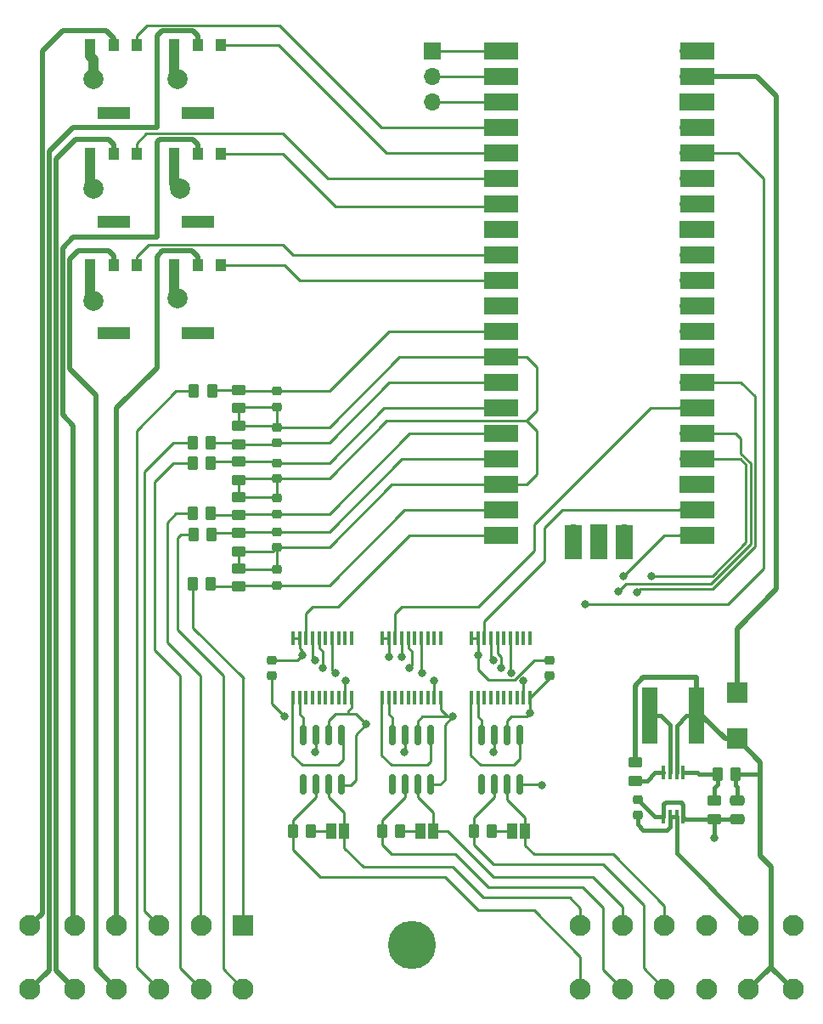
<source format=gtl>
G04 #@! TF.GenerationSoftware,KiCad,Pcbnew,(6.0.5-0)*
G04 #@! TF.CreationDate,2023-01-01T23:21:56+00:00*
G04 #@! TF.ProjectId,bms,626d732e-6b69-4636-9164-5f7063625858,rev?*
G04 #@! TF.SameCoordinates,Original*
G04 #@! TF.FileFunction,Copper,L1,Top*
G04 #@! TF.FilePolarity,Positive*
%FSLAX46Y46*%
G04 Gerber Fmt 4.6, Leading zero omitted, Abs format (unit mm)*
G04 Created by KiCad (PCBNEW (6.0.5-0)) date 2023-01-01 23:21:56*
%MOMM*%
%LPD*%
G01*
G04 APERTURE LIST*
G04 Aperture macros list*
%AMRoundRect*
0 Rectangle with rounded corners*
0 $1 Rounding radius*
0 $2 $3 $4 $5 $6 $7 $8 $9 X,Y pos of 4 corners*
0 Add a 4 corners polygon primitive as box body*
4,1,4,$2,$3,$4,$5,$6,$7,$8,$9,$2,$3,0*
0 Add four circle primitives for the rounded corners*
1,1,$1+$1,$2,$3*
1,1,$1+$1,$4,$5*
1,1,$1+$1,$6,$7*
1,1,$1+$1,$8,$9*
0 Add four rect primitives between the rounded corners*
20,1,$1+$1,$2,$3,$4,$5,0*
20,1,$1+$1,$4,$5,$6,$7,0*
20,1,$1+$1,$6,$7,$8,$9,0*
20,1,$1+$1,$8,$9,$2,$3,0*%
G04 Aperture macros list end*
G04 #@! TA.AperFunction,ComponentPad*
%ADD10C,2.100000*%
G04 #@! TD*
G04 #@! TA.AperFunction,ComponentPad*
%ADD11R,2.100000X2.100000*%
G04 #@! TD*
G04 #@! TA.AperFunction,ComponentPad*
%ADD12C,4.800000*%
G04 #@! TD*
G04 #@! TA.AperFunction,SMDPad,CuDef*
%ADD13R,1.000000X1.200000*%
G04 #@! TD*
G04 #@! TA.AperFunction,SMDPad,CuDef*
%ADD14R,3.300000X1.200000*%
G04 #@! TD*
G04 #@! TA.AperFunction,SMDPad,CuDef*
%ADD15R,0.450000X1.400000*%
G04 #@! TD*
G04 #@! TA.AperFunction,SMDPad,CuDef*
%ADD16R,0.450000X1.475000*%
G04 #@! TD*
G04 #@! TA.AperFunction,ComponentPad*
%ADD17R,1.700000X1.700000*%
G04 #@! TD*
G04 #@! TA.AperFunction,ComponentPad*
%ADD18O,1.700000X1.700000*%
G04 #@! TD*
G04 #@! TA.AperFunction,SMDPad,CuDef*
%ADD19RoundRect,0.250000X0.450000X-0.262500X0.450000X0.262500X-0.450000X0.262500X-0.450000X-0.262500X0*%
G04 #@! TD*
G04 #@! TA.AperFunction,SMDPad,CuDef*
%ADD20RoundRect,0.150000X-0.150000X0.825000X-0.150000X-0.825000X0.150000X-0.825000X0.150000X0.825000X0*%
G04 #@! TD*
G04 #@! TA.AperFunction,SMDPad,CuDef*
%ADD21R,1.000000X1.500000*%
G04 #@! TD*
G04 #@! TA.AperFunction,SMDPad,CuDef*
%ADD22RoundRect,0.250000X-0.450000X0.262500X-0.450000X-0.262500X0.450000X-0.262500X0.450000X0.262500X0*%
G04 #@! TD*
G04 #@! TA.AperFunction,SMDPad,CuDef*
%ADD23RoundRect,0.250000X0.262500X0.450000X-0.262500X0.450000X-0.262500X-0.450000X0.262500X-0.450000X0*%
G04 #@! TD*
G04 #@! TA.AperFunction,SMDPad,CuDef*
%ADD24RoundRect,0.225000X-0.250000X0.225000X-0.250000X-0.225000X0.250000X-0.225000X0.250000X0.225000X0*%
G04 #@! TD*
G04 #@! TA.AperFunction,SMDPad,CuDef*
%ADD25R,2.049780X2.049780*%
G04 #@! TD*
G04 #@! TA.AperFunction,SMDPad,CuDef*
%ADD26R,3.500000X1.700000*%
G04 #@! TD*
G04 #@! TA.AperFunction,SMDPad,CuDef*
%ADD27R,1.700000X3.500000*%
G04 #@! TD*
G04 #@! TA.AperFunction,SMDPad,CuDef*
%ADD28RoundRect,0.225000X0.250000X-0.225000X0.250000X0.225000X-0.250000X0.225000X-0.250000X-0.225000X0*%
G04 #@! TD*
G04 #@! TA.AperFunction,SMDPad,CuDef*
%ADD29RoundRect,0.250000X-0.262500X-0.450000X0.262500X-0.450000X0.262500X0.450000X-0.262500X0.450000X0*%
G04 #@! TD*
G04 #@! TA.AperFunction,SMDPad,CuDef*
%ADD30RoundRect,0.250000X-0.475000X0.250000X-0.475000X-0.250000X0.475000X-0.250000X0.475000X0.250000X0*%
G04 #@! TD*
G04 #@! TA.AperFunction,SMDPad,CuDef*
%ADD31R,1.600000X5.700000*%
G04 #@! TD*
G04 #@! TA.AperFunction,ViaPad*
%ADD32C,0.800000*%
G04 #@! TD*
G04 #@! TA.AperFunction,ViaPad*
%ADD33C,2.000000*%
G04 #@! TD*
G04 #@! TA.AperFunction,Conductor*
%ADD34C,0.250000*%
G04 #@! TD*
G04 #@! TA.AperFunction,Conductor*
%ADD35C,0.500000*%
G04 #@! TD*
G04 #@! TA.AperFunction,Conductor*
%ADD36C,0.400000*%
G04 #@! TD*
G04 #@! TA.AperFunction,Conductor*
%ADD37C,1.000000*%
G04 #@! TD*
G04 APERTURE END LIST*
D10*
X118255000Y-152376000D03*
X114055000Y-152376000D03*
X109855000Y-152376000D03*
X105655000Y-152376000D03*
X101455000Y-152376000D03*
X97030000Y-152376000D03*
X97030000Y-146026000D03*
X101455000Y-146026000D03*
X105655000Y-146026000D03*
X109855000Y-146026000D03*
X114055000Y-146026000D03*
D11*
X118255000Y-146026000D03*
D10*
X151855000Y-146026000D03*
X156055000Y-146026000D03*
X160255000Y-146026000D03*
X164455000Y-146026000D03*
X168655000Y-146026000D03*
X173080000Y-146026000D03*
X173080000Y-152376000D03*
X168655000Y-152376000D03*
X164455000Y-152376000D03*
X160255000Y-152376000D03*
X156055000Y-152376000D03*
X151855000Y-152376000D03*
D12*
X135055000Y-148006000D03*
D13*
X116019000Y-80264000D03*
X113719000Y-80264000D03*
X111419000Y-80264000D03*
D14*
X113719000Y-87064000D03*
D13*
X107637000Y-80264000D03*
X105337000Y-80264000D03*
X103037000Y-80264000D03*
D14*
X105337000Y-87064000D03*
D13*
X116019000Y-69117000D03*
X113719000Y-69117000D03*
X111419000Y-69117000D03*
D14*
X113719000Y-75917000D03*
D13*
X107637000Y-69117000D03*
X105337000Y-69117000D03*
X103037000Y-69117000D03*
D14*
X105337000Y-75917000D03*
D15*
X160176000Y-135210000D03*
X160826000Y-135210000D03*
X161476000Y-135210000D03*
X162126000Y-135210000D03*
X162126000Y-130810000D03*
X161476000Y-130810000D03*
X160826000Y-130810000D03*
X160176000Y-130810000D03*
D16*
X123240000Y-123334000D03*
X123890000Y-123334000D03*
X124540000Y-123334000D03*
X125190000Y-123334000D03*
X125840000Y-123334000D03*
X126490000Y-123334000D03*
X127140000Y-123334000D03*
X127790000Y-123334000D03*
X128440000Y-123334000D03*
X129090000Y-123334000D03*
X129090000Y-117458000D03*
X128440000Y-117458000D03*
X127790000Y-117458000D03*
X127140000Y-117458000D03*
X126490000Y-117458000D03*
X125840000Y-117458000D03*
X125190000Y-117458000D03*
X124540000Y-117458000D03*
X123890000Y-117458000D03*
X123240000Y-117458000D03*
X132130000Y-123334000D03*
X132780000Y-123334000D03*
X133430000Y-123334000D03*
X134080000Y-123334000D03*
X134730000Y-123334000D03*
X135380000Y-123334000D03*
X136030000Y-123334000D03*
X136680000Y-123334000D03*
X137330000Y-123334000D03*
X137980000Y-123334000D03*
X137980000Y-117458000D03*
X137330000Y-117458000D03*
X136680000Y-117458000D03*
X136030000Y-117458000D03*
X135380000Y-117458000D03*
X134730000Y-117458000D03*
X134080000Y-117458000D03*
X133430000Y-117458000D03*
X132780000Y-117458000D03*
X132130000Y-117458000D03*
X141020000Y-123334000D03*
X141670000Y-123334000D03*
X142320000Y-123334000D03*
X142970000Y-123334000D03*
X143620000Y-123334000D03*
X144270000Y-123334000D03*
X144920000Y-123334000D03*
X145570000Y-123334000D03*
X146220000Y-123334000D03*
X146870000Y-123334000D03*
X146870000Y-117458000D03*
X146220000Y-117458000D03*
X145570000Y-117458000D03*
X144920000Y-117458000D03*
X144270000Y-117458000D03*
X143620000Y-117458000D03*
X142970000Y-117458000D03*
X142320000Y-117458000D03*
X141670000Y-117458000D03*
X141020000Y-117458000D03*
D13*
X116019000Y-58322000D03*
X113719000Y-58322000D03*
X111419000Y-58322000D03*
D14*
X113719000Y-65122000D03*
D13*
X107637000Y-58322000D03*
X105337000Y-58322000D03*
X103037000Y-58322000D03*
D14*
X105337000Y-65122000D03*
D17*
X137160000Y-58928000D03*
D18*
X137160000Y-61468000D03*
X137160000Y-64008000D03*
D19*
X117811250Y-105156000D03*
X117811250Y-103331000D03*
D20*
X136960000Y-127065000D03*
X135690000Y-127065000D03*
X134420000Y-127065000D03*
X133150000Y-127065000D03*
X133150000Y-132015000D03*
X134420000Y-132015000D03*
X135690000Y-132015000D03*
X136960000Y-132015000D03*
D21*
X145073000Y-136652000D03*
X146373000Y-136652000D03*
D22*
X165195000Y-133621500D03*
X165195000Y-135446500D03*
D19*
X117811250Y-98091000D03*
X117811250Y-96266000D03*
D23*
X167377500Y-130978000D03*
X165552500Y-130978000D03*
D20*
X145850000Y-127065000D03*
X144580000Y-127065000D03*
X143310000Y-127065000D03*
X142040000Y-127065000D03*
X142040000Y-132015000D03*
X143310000Y-132015000D03*
X144580000Y-132015000D03*
X145850000Y-132015000D03*
D24*
X121621250Y-92800500D03*
X121621250Y-94350500D03*
X121621250Y-99959500D03*
X121621250Y-101509500D03*
D25*
X167481000Y-122837300D03*
X167481000Y-127434700D03*
D22*
X117811250Y-99822000D03*
X117811250Y-101647000D03*
D26*
X143953000Y-58928000D03*
D18*
X144853000Y-58928000D03*
D26*
X143953000Y-61468000D03*
D18*
X144853000Y-61468000D03*
D26*
X143953000Y-64008000D03*
D17*
X144853000Y-64008000D03*
D18*
X144853000Y-66548000D03*
D26*
X143953000Y-66548000D03*
X143953000Y-69088000D03*
D18*
X144853000Y-69088000D03*
X144853000Y-71628000D03*
D26*
X143953000Y-71628000D03*
X143953000Y-74168000D03*
D18*
X144853000Y-74168000D03*
D17*
X144853000Y-76708000D03*
D26*
X143953000Y-76708000D03*
D18*
X144853000Y-79248000D03*
D26*
X143953000Y-79248000D03*
X143953000Y-81788000D03*
D18*
X144853000Y-81788000D03*
D26*
X143953000Y-84328000D03*
D18*
X144853000Y-84328000D03*
D26*
X143953000Y-86868000D03*
D18*
X144853000Y-86868000D03*
D26*
X143953000Y-89408000D03*
D17*
X144853000Y-89408000D03*
D26*
X143953000Y-91948000D03*
D18*
X144853000Y-91948000D03*
X144853000Y-94488000D03*
D26*
X143953000Y-94488000D03*
X143953000Y-97028000D03*
D18*
X144853000Y-97028000D03*
X144853000Y-99568000D03*
D26*
X143953000Y-99568000D03*
X143953000Y-102108000D03*
D17*
X144853000Y-102108000D03*
D26*
X143953000Y-104648000D03*
D18*
X144853000Y-104648000D03*
X144853000Y-107188000D03*
D26*
X143953000Y-107188000D03*
X163533000Y-107188000D03*
D18*
X162633000Y-107188000D03*
D26*
X163533000Y-104648000D03*
D18*
X162633000Y-104648000D03*
D17*
X162633000Y-102108000D03*
D26*
X163533000Y-102108000D03*
X163533000Y-99568000D03*
D18*
X162633000Y-99568000D03*
D26*
X163533000Y-97028000D03*
D18*
X162633000Y-97028000D03*
D26*
X163533000Y-94488000D03*
D18*
X162633000Y-94488000D03*
X162633000Y-91948000D03*
D26*
X163533000Y-91948000D03*
D17*
X162633000Y-89408000D03*
D26*
X163533000Y-89408000D03*
D18*
X162633000Y-86868000D03*
D26*
X163533000Y-86868000D03*
D18*
X162633000Y-84328000D03*
D26*
X163533000Y-84328000D03*
X163533000Y-81788000D03*
D18*
X162633000Y-81788000D03*
D26*
X163533000Y-79248000D03*
D18*
X162633000Y-79248000D03*
D17*
X162633000Y-76708000D03*
D26*
X163533000Y-76708000D03*
X163533000Y-74168000D03*
D18*
X162633000Y-74168000D03*
X162633000Y-71628000D03*
D26*
X163533000Y-71628000D03*
D18*
X162633000Y-69088000D03*
D26*
X163533000Y-69088000D03*
X163533000Y-66548000D03*
D18*
X162633000Y-66548000D03*
D26*
X163533000Y-64008000D03*
D17*
X162633000Y-64008000D03*
D18*
X162633000Y-61468000D03*
D26*
X163533000Y-61468000D03*
X163533000Y-58928000D03*
D18*
X162633000Y-58928000D03*
D27*
X151203000Y-107858000D03*
D18*
X151203000Y-106958000D03*
D17*
X153743000Y-106958000D03*
D27*
X153743000Y-107858000D03*
D18*
X156283000Y-106958000D03*
D27*
X156283000Y-107858000D03*
D22*
X117811250Y-92663000D03*
X117811250Y-94488000D03*
D24*
X148844000Y-119621000D03*
X148844000Y-121171000D03*
D28*
X157575000Y-135055000D03*
X157575000Y-133505000D03*
D20*
X128070000Y-127065000D03*
X126800000Y-127065000D03*
X125530000Y-127065000D03*
X124260000Y-127065000D03*
X124260000Y-132015000D03*
X125530000Y-132015000D03*
X126800000Y-132015000D03*
X128070000Y-132015000D03*
D28*
X121621250Y-112130500D03*
X121621250Y-110580500D03*
D22*
X117811250Y-106934000D03*
X117811250Y-108759000D03*
D29*
X113239250Y-105005500D03*
X115064250Y-105005500D03*
D24*
X121158000Y-119621000D03*
X121158000Y-121171000D03*
D30*
X167481000Y-133584000D03*
X167481000Y-135484000D03*
D29*
X113239250Y-97940500D03*
X115064250Y-97940500D03*
X132110500Y-136652000D03*
X133935500Y-136652000D03*
D24*
X121621250Y-106804500D03*
X121621250Y-108354500D03*
D29*
X113342750Y-92813500D03*
X115167750Y-92813500D03*
D19*
X117811250Y-112268000D03*
X117811250Y-110443000D03*
D21*
X127039000Y-136652000D03*
X128339000Y-136652000D03*
X135929000Y-136652000D03*
X137229000Y-136652000D03*
D22*
X157321000Y-129811500D03*
X157321000Y-131636500D03*
D29*
X113239250Y-99972500D03*
X115064250Y-99972500D03*
D28*
X121621250Y-97953500D03*
X121621250Y-96403500D03*
X121621250Y-105018500D03*
X121621250Y-103468500D03*
D29*
X123220500Y-136652000D03*
X125045500Y-136652000D03*
D31*
X158781000Y-125136000D03*
X163481000Y-125136000D03*
D29*
X141254500Y-136652000D03*
X143079500Y-136652000D03*
X113304000Y-107058500D03*
X115129000Y-107058500D03*
X113239250Y-112027000D03*
X115064250Y-112027000D03*
D32*
X122428000Y-125222000D03*
X125403000Y-128778000D03*
X141659000Y-119126000D03*
X152327000Y-114046000D03*
X134293000Y-128778000D03*
X143183000Y-128778000D03*
X124133000Y-119126000D03*
X132842000Y-119261980D03*
X139176500Y-125222000D03*
D33*
X111760000Y-61722000D03*
X103378000Y-83820000D03*
X103378000Y-61722000D03*
D32*
X165195000Y-137328000D03*
X146870000Y-124837000D03*
X130540500Y-125984000D03*
D33*
X111941000Y-72644000D03*
X111760000Y-83566000D03*
X103378000Y-72644000D03*
D32*
X148009000Y-132080000D03*
X128451000Y-121666000D03*
X137330000Y-121677000D03*
X146220000Y-121677000D03*
X157560657Y-112856657D03*
X136071000Y-120904000D03*
X159004000Y-111252000D03*
X144961000Y-120904000D03*
X127435000Y-120904000D03*
X155629000Y-112776000D03*
X143945000Y-120396000D03*
X126165000Y-120396000D03*
X134801000Y-120396000D03*
X156183343Y-111225343D03*
X134112000Y-119322500D03*
X125403000Y-119634000D03*
X143183000Y-119634000D03*
D34*
X162633000Y-104648000D02*
X150114000Y-104648000D01*
X150114000Y-104648000D02*
X148336000Y-106426000D01*
X142320000Y-115744000D02*
X142320000Y-117458000D01*
X148336000Y-106426000D02*
X148336000Y-109728000D01*
X148336000Y-109728000D02*
X142320000Y-115744000D01*
X162633000Y-94488000D02*
X158904566Y-94488000D01*
X158904566Y-94488000D02*
X147320000Y-106072566D01*
X147320000Y-106072566D02*
X147320000Y-108712000D01*
X147320000Y-108712000D02*
X141732000Y-114300000D01*
X141732000Y-114300000D02*
X134112000Y-114300000D01*
X134112000Y-114300000D02*
X133430000Y-114982000D01*
X133430000Y-114982000D02*
X133430000Y-117458000D01*
D35*
X170942000Y-150238000D02*
X170942000Y-140208000D01*
X170942000Y-140208000D02*
X169840000Y-139106000D01*
X169840000Y-139106000D02*
X169840000Y-131232000D01*
D36*
X161476000Y-135210000D02*
X161476000Y-138847000D01*
X161476000Y-138847000D02*
X168655000Y-146026000D01*
D35*
X162633000Y-61468000D02*
X169491000Y-61468000D01*
X171450000Y-63427000D02*
X171450000Y-112522000D01*
X169491000Y-61468000D02*
X171450000Y-63427000D01*
X171450000Y-112522000D02*
X167481000Y-116491000D01*
X167481000Y-116491000D02*
X167481000Y-122837300D01*
X170942000Y-150238000D02*
X170793000Y-150238000D01*
X170793000Y-150238000D02*
X168655000Y-152376000D01*
X105655000Y-146026000D02*
X105655000Y-94497000D01*
X113719000Y-79429000D02*
X113719000Y-80264000D01*
X105655000Y-94497000D02*
X109655000Y-90497000D01*
X109655000Y-79419000D02*
X110236000Y-78838000D01*
X109655000Y-90497000D02*
X109655000Y-79419000D01*
X110236000Y-78838000D02*
X113128000Y-78838000D01*
X113128000Y-78838000D02*
X113719000Y-79429000D01*
D36*
X160826000Y-130810000D02*
X160826000Y-126096500D01*
X160826000Y-126096500D02*
X159865500Y-125136000D01*
X159865500Y-125136000D02*
X158781000Y-125136000D01*
X161476000Y-130810000D02*
X161476000Y-126134000D01*
X161476000Y-126134000D02*
X162474000Y-125136000D01*
X162474000Y-125136000D02*
X163481000Y-125136000D01*
D35*
X163490000Y-125127000D02*
X163490000Y-121326000D01*
X158116989Y-121326000D02*
X157321000Y-122121989D01*
X163490000Y-121326000D02*
X158116989Y-121326000D01*
X157321000Y-122121989D02*
X157321000Y-129811500D01*
D34*
X139176500Y-125222000D02*
X138684000Y-125222000D01*
X138684000Y-125222000D02*
X137980000Y-124518000D01*
X137980000Y-124518000D02*
X137980000Y-123334000D01*
X136960000Y-127065000D02*
X136960000Y-129667000D01*
X136960000Y-129667000D02*
X136579000Y-130048000D01*
X136579000Y-130048000D02*
X133023000Y-130048000D01*
X132080000Y-123384000D02*
X132130000Y-123334000D01*
X133023000Y-130048000D02*
X132080000Y-129105000D01*
X132080000Y-129105000D02*
X132080000Y-123384000D01*
X140970000Y-129105000D02*
X140970000Y-123384000D01*
X145850000Y-129413000D02*
X145215000Y-130048000D01*
X145215000Y-130048000D02*
X141913000Y-130048000D01*
X145850000Y-127065000D02*
X145850000Y-129413000D01*
X141913000Y-130048000D02*
X140970000Y-129105000D01*
X140970000Y-123384000D02*
X141020000Y-123334000D01*
X144853000Y-64008000D02*
X137160000Y-64008000D01*
X144853000Y-61468000D02*
X137160000Y-61468000D01*
X144853000Y-58928000D02*
X137160000Y-58928000D01*
X157560657Y-112856657D02*
X157895314Y-112522000D01*
X157895314Y-112522000D02*
X165027000Y-112522000D01*
X165027000Y-112522000D02*
X169261040Y-108287960D01*
X169261040Y-108287960D02*
X169261040Y-93315040D01*
X169261040Y-93315040D02*
X167894000Y-91948000D01*
X167894000Y-91948000D02*
X162633000Y-91948000D01*
X121158000Y-121171000D02*
X121158000Y-123952000D01*
X121158000Y-123952000D02*
X122428000Y-125222000D01*
X128070000Y-127065000D02*
X128197000Y-127192000D01*
X128197000Y-127192000D02*
X128197000Y-129540000D01*
X128197000Y-129540000D02*
X127689000Y-130048000D01*
X123190000Y-123384000D02*
X123240000Y-123334000D01*
X127689000Y-130048000D02*
X124133000Y-130048000D01*
X124133000Y-130048000D02*
X123190000Y-129105000D01*
X123190000Y-129105000D02*
X123190000Y-123384000D01*
X148844000Y-121171000D02*
X148844000Y-121360000D01*
X148844000Y-121360000D02*
X146870000Y-123334000D01*
X141659000Y-119126000D02*
X141659000Y-120577000D01*
X147279670Y-119621000D02*
X148844000Y-119621000D01*
X141659000Y-120577000D02*
X142690511Y-121608511D01*
X142690511Y-121608511D02*
X145292159Y-121608511D01*
X145292159Y-121608511D02*
X147279670Y-119621000D01*
X121158000Y-119621000D02*
X123638000Y-119621000D01*
X123638000Y-119621000D02*
X124133000Y-119126000D01*
X152327000Y-114046000D02*
X166624000Y-114046000D01*
X166624000Y-114046000D02*
X170180000Y-110490000D01*
X170180000Y-110490000D02*
X170180000Y-71628000D01*
X170180000Y-71628000D02*
X167640000Y-69088000D01*
X167640000Y-69088000D02*
X162633000Y-69088000D01*
X144853000Y-107188000D02*
X134874000Y-107188000D01*
X134874000Y-107188000D02*
X127762000Y-114300000D01*
X127762000Y-114300000D02*
X125222000Y-114300000D01*
X125222000Y-114300000D02*
X124540000Y-114982000D01*
X124540000Y-114982000D02*
X124540000Y-117458000D01*
X139176500Y-125222000D02*
X136144000Y-125222000D01*
X136144000Y-125222000D02*
X135690000Y-125676000D01*
X135690000Y-125676000D02*
X135690000Y-127065000D01*
D35*
X169840000Y-129793700D02*
X169840000Y-131232000D01*
D36*
X167377500Y-130978000D02*
X169586000Y-130978000D01*
X169586000Y-130978000D02*
X169840000Y-131232000D01*
X167377500Y-132071500D02*
X167554000Y-132248000D01*
X167377500Y-130978000D02*
X167377500Y-132071500D01*
X167554000Y-132248000D02*
X167554000Y-133511000D01*
X167554000Y-133511000D02*
X167481000Y-133584000D01*
X165552500Y-130978000D02*
X165552500Y-131963500D01*
X165195000Y-132321000D02*
X165195000Y-133621500D01*
X165552500Y-131963500D02*
X165195000Y-132321000D01*
X163576000Y-130810000D02*
X163744000Y-130978000D01*
X163744000Y-130978000D02*
X165552500Y-130978000D01*
D35*
X163481000Y-125136000D02*
X163998000Y-125136000D01*
X163998000Y-125136000D02*
X166296700Y-127434700D01*
X166296700Y-127434700D02*
X167481000Y-127434700D01*
D36*
X157575000Y-135055000D02*
X157575000Y-135985000D01*
X157575000Y-135985000D02*
X158156000Y-136566000D01*
X158156000Y-136566000D02*
X160504022Y-136566000D01*
X160504022Y-136566000D02*
X160826000Y-136244022D01*
X160826000Y-136244022D02*
X160826000Y-135210000D01*
X158186500Y-131636500D02*
X158513500Y-131636500D01*
X158513500Y-131636500D02*
X159340000Y-130810000D01*
X160176000Y-130810000D02*
X159340000Y-130810000D01*
X158186500Y-131636500D02*
X157321000Y-131636500D01*
D35*
X167481000Y-127434700D02*
X169840000Y-129793700D01*
X170942000Y-150238000D02*
X173080000Y-152376000D01*
D36*
X160826000Y-135210000D02*
X161476000Y-135210000D01*
D34*
X143310000Y-128651000D02*
X143183000Y-128778000D01*
X132842000Y-117520000D02*
X132780000Y-117458000D01*
X124133000Y-118688500D02*
X124133000Y-119126000D01*
X125530000Y-128651000D02*
X125403000Y-128778000D01*
X123240000Y-117458000D02*
X123890000Y-117458000D01*
X141670000Y-119115000D02*
X141659000Y-119126000D01*
X141670000Y-117458000D02*
X141670000Y-119115000D01*
X141020000Y-117458000D02*
X141670000Y-117458000D01*
X123890000Y-117458000D02*
X123890000Y-118445500D01*
X125530000Y-127065000D02*
X125530000Y-128651000D01*
X132842000Y-119261980D02*
X132842000Y-117520000D01*
X134420000Y-127065000D02*
X134420000Y-128651000D01*
X134420000Y-128651000D02*
X134293000Y-128778000D01*
X132130000Y-117458000D02*
X132780000Y-117458000D01*
X123890000Y-118445500D02*
X124133000Y-118688500D01*
X143310000Y-127065000D02*
X143310000Y-128651000D01*
D36*
X160369000Y-133772000D02*
X161893000Y-133772000D01*
D34*
X121621250Y-108354500D02*
X121621250Y-110580500D01*
D37*
X111419000Y-69117000D02*
X111419000Y-72122000D01*
D34*
X121483750Y-103331000D02*
X121621250Y-103468500D01*
X127435000Y-124968000D02*
X126800000Y-125603000D01*
X137914000Y-132015000D02*
X136960000Y-132015000D01*
X144580000Y-125603000D02*
X144580000Y-127065000D01*
D37*
X103037000Y-83479000D02*
X103037000Y-80264000D01*
D34*
X117811250Y-96266000D02*
X121483750Y-96266000D01*
D36*
X160176000Y-135210000D02*
X160176000Y-133965000D01*
D34*
X129467000Y-127057500D02*
X129467000Y-131572000D01*
X146870000Y-123334000D02*
X146870000Y-124837000D01*
X117811250Y-108759000D02*
X121216750Y-108759000D01*
X128778000Y-124968000D02*
X127435000Y-124968000D01*
D36*
X165195000Y-135446500D02*
X167443500Y-135446500D01*
X160176000Y-135210000D02*
X159280000Y-135210000D01*
D34*
X126849500Y-108354500D02*
X133096000Y-102108000D01*
X129467000Y-131572000D02*
X128959000Y-132080000D01*
X133858000Y-89408000D02*
X144853000Y-89408000D01*
D37*
X111760000Y-61722000D02*
X111419000Y-61381000D01*
D34*
X117811250Y-94488000D02*
X117811250Y-96266000D01*
D37*
X103378000Y-72644000D02*
X103037000Y-72303000D01*
D34*
X121216750Y-108759000D02*
X121621250Y-108354500D01*
X128778000Y-124633500D02*
X128778000Y-124968000D01*
D36*
X167443500Y-135446500D02*
X167481000Y-135484000D01*
D34*
X138357000Y-131572000D02*
X137914000Y-132015000D01*
D37*
X103037000Y-59422000D02*
X103037000Y-58322000D01*
D34*
X128135000Y-132080000D02*
X128070000Y-132015000D01*
X117811250Y-101647000D02*
X117811250Y-103331000D01*
X121621250Y-108354500D02*
X126849500Y-108354500D01*
X146870000Y-124837000D02*
X146485000Y-125222000D01*
D36*
X162126000Y-134005000D02*
X162126000Y-135210000D01*
D34*
X147501000Y-101092000D02*
X146485000Y-102108000D01*
D37*
X111419000Y-83225000D02*
X111419000Y-80264000D01*
D34*
X130540500Y-125984000D02*
X129524500Y-124968000D01*
X121483750Y-96266000D02*
X121621250Y-96403500D01*
X126836500Y-101509500D02*
X132588000Y-95758000D01*
D37*
X103037000Y-72303000D02*
X103037000Y-69117000D01*
D36*
X161893000Y-133772000D02*
X162126000Y-134005000D01*
D34*
X117948750Y-110580500D02*
X117811250Y-110443000D01*
X132588000Y-95758000D02*
X146485000Y-95758000D01*
X133096000Y-102108000D02*
X144853000Y-102108000D01*
D36*
X165195000Y-137328000D02*
X165195000Y-135446500D01*
D34*
X121621250Y-96403500D02*
X126862500Y-96403500D01*
X126800000Y-127065000D02*
X126800000Y-125603000D01*
X121621250Y-94350500D02*
X117948750Y-94350500D01*
D36*
X159280000Y-135210000D02*
X157575000Y-133505000D01*
D34*
X121621250Y-110580500D02*
X117948750Y-110580500D01*
X129090000Y-124321500D02*
X128778000Y-124633500D01*
X121621250Y-101509500D02*
X121621250Y-103468500D01*
X146485000Y-95758000D02*
X147501000Y-96774000D01*
X144961000Y-125222000D02*
X144580000Y-125603000D01*
D37*
X103378000Y-59763000D02*
X103037000Y-59422000D01*
D34*
X130540500Y-125984000D02*
X129467000Y-127057500D01*
X126862500Y-96403500D02*
X133858000Y-89408000D01*
X117811250Y-103331000D02*
X121483750Y-103331000D01*
X138357000Y-126041500D02*
X138357000Y-131572000D01*
X129524500Y-124968000D02*
X128778000Y-124968000D01*
D36*
X162362500Y-135446500D02*
X162126000Y-135210000D01*
D34*
X146485000Y-102108000D02*
X144853000Y-102108000D01*
D37*
X103378000Y-83820000D02*
X103037000Y-83479000D01*
D34*
X128959000Y-132080000D02*
X128135000Y-132080000D01*
X144853000Y-89408000D02*
X146485000Y-89408000D01*
D37*
X111760000Y-83566000D02*
X111419000Y-83225000D01*
D34*
X146485000Y-125222000D02*
X144961000Y-125222000D01*
X121621250Y-101509500D02*
X126836500Y-101509500D01*
X147944000Y-132015000D02*
X145850000Y-132015000D01*
X147501000Y-96774000D02*
X147501000Y-101092000D01*
X147501000Y-94742000D02*
X146485000Y-95758000D01*
X129090000Y-123334000D02*
X129090000Y-124321500D01*
X121621250Y-94350500D02*
X121621250Y-96403500D01*
X146485000Y-89408000D02*
X147501000Y-90424000D01*
X139176500Y-125222000D02*
X138357000Y-126041500D01*
D37*
X111419000Y-61381000D02*
X111419000Y-58322000D01*
X103378000Y-61722000D02*
X103378000Y-59763000D01*
D36*
X160176000Y-133965000D02*
X160369000Y-133772000D01*
D37*
X111419000Y-72122000D02*
X111941000Y-72644000D01*
D34*
X148009000Y-132080000D02*
X147944000Y-132015000D01*
X147501000Y-90424000D02*
X147501000Y-94742000D01*
X121621250Y-101509500D02*
X117948750Y-101509500D01*
X117948750Y-101509500D02*
X117811250Y-101647000D01*
D36*
X165195000Y-135446500D02*
X162362500Y-135446500D01*
D34*
X117811250Y-108759000D02*
X117811250Y-110443000D01*
X117948750Y-94350500D02*
X117811250Y-94488000D01*
X163481000Y-125136000D02*
X163490000Y-125127000D01*
X132769000Y-124968000D02*
X133150000Y-125349000D01*
X133150000Y-125349000D02*
X133150000Y-127065000D01*
X132780000Y-123334000D02*
X132780000Y-124957000D01*
X132780000Y-124957000D02*
X132769000Y-124968000D01*
X128440000Y-121677000D02*
X128451000Y-121666000D01*
X146220000Y-123334000D02*
X146220000Y-121677000D01*
X128440000Y-123334000D02*
X128440000Y-121677000D01*
X137330000Y-123334000D02*
X137330000Y-121677000D01*
X165027000Y-111252000D02*
X168402000Y-107877000D01*
X144920000Y-120863000D02*
X144961000Y-120904000D01*
X127140000Y-120609000D02*
X127435000Y-120904000D01*
X136030000Y-120863000D02*
X136071000Y-120904000D01*
X168402000Y-107877000D02*
X168402000Y-100149000D01*
X168402000Y-100149000D02*
X167821000Y-99568000D01*
X144920000Y-117458000D02*
X144920000Y-120863000D01*
X136030000Y-117458000D02*
X136030000Y-120863000D01*
X167821000Y-99568000D02*
X162633000Y-99568000D01*
X159004000Y-111252000D02*
X165027000Y-111252000D01*
X127140000Y-117458000D02*
X127140000Y-120609000D01*
X167894000Y-99033567D02*
X168831520Y-99971087D01*
X126238000Y-120323000D02*
X126165000Y-120396000D01*
X125840000Y-117458000D02*
X125840000Y-118379522D01*
X134730000Y-118379522D02*
X135128000Y-118777522D01*
X162633000Y-97028000D02*
X167386000Y-97028000D01*
X167894000Y-97536000D02*
X167894000Y-99033567D01*
X156391000Y-112014000D02*
X155629000Y-112776000D01*
X126238000Y-118777522D02*
X126238000Y-120323000D01*
X164872434Y-112014000D02*
X156391000Y-112014000D01*
X167386000Y-97028000D02*
X167894000Y-97536000D01*
X134730000Y-117458000D02*
X134730000Y-118379522D01*
X168831520Y-99971087D02*
X168831520Y-108054914D01*
X143620000Y-118982000D02*
X143945000Y-119307000D01*
X125840000Y-118379522D02*
X126238000Y-118777522D01*
X168831520Y-108054914D02*
X164872434Y-112014000D01*
X143945000Y-119307000D02*
X143945000Y-120396000D01*
X135128000Y-120069000D02*
X134801000Y-120396000D01*
X143620000Y-117458000D02*
X143620000Y-118982000D01*
X135128000Y-118777522D02*
X135128000Y-120069000D01*
X134080000Y-119290500D02*
X134112000Y-119322500D01*
X162633000Y-107188000D02*
X160220686Y-107188000D01*
X125190000Y-117458000D02*
X125190000Y-119421000D01*
X125190000Y-119421000D02*
X125403000Y-119634000D01*
X134080000Y-117458000D02*
X134080000Y-119290500D01*
X160220686Y-107188000D02*
X156183343Y-111225343D01*
X142970000Y-119421000D02*
X143183000Y-119634000D01*
X142970000Y-117458000D02*
X142970000Y-119421000D01*
X154105000Y-144272000D02*
X154105000Y-150426000D01*
X132110500Y-135532500D02*
X134420000Y-133223000D01*
X132110500Y-138025500D02*
X133023000Y-138938000D01*
X154105000Y-150426000D02*
X156055000Y-152376000D01*
X133023000Y-138938000D02*
X139373000Y-138938000D01*
X139373000Y-138938000D02*
X142675000Y-142240000D01*
X134420000Y-133223000D02*
X134420000Y-132015000D01*
X152073000Y-142240000D02*
X154105000Y-144272000D01*
X132110500Y-136652000D02*
X132110500Y-135532500D01*
X132110500Y-136652000D02*
X132110500Y-138025500D01*
X142675000Y-142240000D02*
X152073000Y-142240000D01*
X138611000Y-136652000D02*
X143183000Y-141224000D01*
X137229000Y-134762000D02*
X137229000Y-136652000D01*
X135690000Y-132015000D02*
X135690000Y-133223000D01*
X137229000Y-136652000D02*
X138611000Y-136652000D01*
X153089000Y-141224000D02*
X156055000Y-144190000D01*
X135690000Y-133223000D02*
X137229000Y-134762000D01*
X156055000Y-144190000D02*
X156055000Y-146026000D01*
X143183000Y-141224000D02*
X153089000Y-141224000D01*
X123879000Y-124968000D02*
X124260000Y-125349000D01*
X123890000Y-124703000D02*
X123879000Y-124714000D01*
X123890000Y-123334000D02*
X123890000Y-124703000D01*
X123879000Y-124714000D02*
X123879000Y-124968000D01*
X124260000Y-125349000D02*
X124260000Y-127065000D01*
X141670000Y-125233000D02*
X141670000Y-123334000D01*
X142040000Y-125603000D02*
X141670000Y-125233000D01*
X142040000Y-127065000D02*
X142040000Y-125603000D01*
X141254500Y-138025500D02*
X141254500Y-136652000D01*
X143310000Y-132015000D02*
X143310000Y-133223000D01*
X158169000Y-150290000D02*
X158169000Y-144018000D01*
X154105000Y-139954000D02*
X143183000Y-139954000D01*
X141254500Y-135278500D02*
X141254500Y-136652000D01*
X160255000Y-152376000D02*
X158169000Y-150290000D01*
X143310000Y-133223000D02*
X141254500Y-135278500D01*
X143183000Y-139954000D02*
X141254500Y-138025500D01*
X158169000Y-144018000D02*
X154105000Y-139954000D01*
X146373000Y-136652000D02*
X146373000Y-138064000D01*
X155121000Y-138938000D02*
X160255000Y-144072000D01*
X144580000Y-132015000D02*
X144580000Y-133477000D01*
X146373000Y-135270000D02*
X146373000Y-136652000D01*
X147247000Y-138938000D02*
X155121000Y-138938000D01*
X144580000Y-133477000D02*
X146373000Y-135270000D01*
X160255000Y-144072000D02*
X160255000Y-146026000D01*
X146373000Y-138064000D02*
X147247000Y-138938000D01*
X125911000Y-141224000D02*
X138357000Y-141224000D01*
X123220500Y-136652000D02*
X123220500Y-135532500D01*
X123220500Y-138533500D02*
X125911000Y-141224000D01*
X123220500Y-136652000D02*
X123220500Y-138533500D01*
X147247000Y-144526000D02*
X151855000Y-149134000D01*
X141659000Y-144526000D02*
X147247000Y-144526000D01*
X138357000Y-141224000D02*
X141659000Y-144526000D01*
X123220500Y-135532500D02*
X125530000Y-133223000D01*
X125530000Y-133223000D02*
X125530000Y-132015000D01*
X151855000Y-149134000D02*
X151855000Y-152376000D01*
X126800000Y-133223000D02*
X128339000Y-134762000D01*
X142167000Y-143256000D02*
X150803000Y-143256000D01*
X130229000Y-140208000D02*
X139119000Y-140208000D01*
X151855000Y-144308000D02*
X151855000Y-146026000D01*
X128339000Y-136652000D02*
X128339000Y-138318000D01*
X128339000Y-138318000D02*
X130229000Y-140208000D01*
X128339000Y-134762000D02*
X128339000Y-136652000D01*
X150803000Y-143256000D02*
X151855000Y-144308000D01*
X139119000Y-140208000D02*
X142167000Y-143256000D01*
X126800000Y-132015000D02*
X126800000Y-133223000D01*
D36*
X162126000Y-130810000D02*
X163576000Y-130810000D01*
D34*
X113239250Y-97940500D02*
X111282500Y-97940500D01*
X108385000Y-144556000D02*
X109855000Y-146026000D01*
X108385000Y-100838000D02*
X108385000Y-144556000D01*
X111282500Y-97940500D02*
X108385000Y-100838000D01*
X111583500Y-92813500D02*
X107623000Y-96774000D01*
X107623000Y-150144000D02*
X109855000Y-152376000D01*
X107623000Y-96774000D02*
X107623000Y-150144000D01*
X113342750Y-92813500D02*
X111583500Y-92813500D01*
X117811250Y-98091000D02*
X121483750Y-98091000D01*
X115064250Y-97940500D02*
X117660750Y-97940500D01*
X121483750Y-98091000D02*
X121621250Y-97953500D01*
X121621250Y-97953500D02*
X126836500Y-97953500D01*
X126836500Y-97953500D02*
X132842000Y-91948000D01*
X132842000Y-91948000D02*
X144853000Y-91948000D01*
X117660750Y-97940500D02*
X117811250Y-98091000D01*
X115318250Y-92663000D02*
X115167750Y-92813500D01*
X121621250Y-92800500D02*
X117948750Y-92800500D01*
X121621250Y-92800500D02*
X126836500Y-92800500D01*
X117948750Y-92800500D02*
X117811250Y-92663000D01*
X117811250Y-92663000D02*
X115318250Y-92663000D01*
X126836500Y-92800500D02*
X132769000Y-86868000D01*
X132769000Y-86868000D02*
X144853000Y-86868000D01*
D35*
X98904520Y-68916480D02*
X98904520Y-150501480D01*
X113719000Y-58322000D02*
X113719000Y-57404000D01*
X109655000Y-57404000D02*
X109655000Y-66548000D01*
X98904520Y-150501480D02*
X97030000Y-152376000D01*
X113719000Y-57404000D02*
X113211000Y-56896000D01*
X109655000Y-66548000D02*
X101273000Y-66548000D01*
X110163000Y-56896000D02*
X109655000Y-57404000D01*
X101273000Y-66548000D02*
X98904520Y-68916480D01*
X113211000Y-56896000D02*
X110163000Y-56896000D01*
X100257000Y-56896000D02*
X98225000Y-58928000D01*
X105337000Y-58322000D02*
X105337000Y-57658000D01*
X104575000Y-56896000D02*
X100257000Y-56896000D01*
X105337000Y-57658000D02*
X104575000Y-56896000D01*
X98225000Y-144831000D02*
X97030000Y-146026000D01*
X98225000Y-58928000D02*
X98225000Y-144831000D01*
D34*
X143079500Y-136652000D02*
X145073000Y-136652000D01*
X133935500Y-136652000D02*
X135929000Y-136652000D01*
X125045500Y-136652000D02*
X127039000Y-136652000D01*
X132334000Y-94488000D02*
X144853000Y-94488000D01*
X117811250Y-99822000D02*
X115214750Y-99822000D01*
X121621250Y-99959500D02*
X121483750Y-99822000D01*
X121621250Y-99959500D02*
X121634250Y-99972500D01*
X126849500Y-99972500D02*
X132334000Y-94488000D01*
X121634250Y-99972500D02*
X126849500Y-99972500D01*
X115214750Y-99822000D02*
X115064250Y-99972500D01*
X121483750Y-99822000D02*
X117811250Y-99822000D01*
X117811250Y-105156000D02*
X115214750Y-105156000D01*
X117948750Y-105018500D02*
X117811250Y-105156000D01*
X115214750Y-105156000D02*
X115064250Y-105005500D01*
X126883500Y-105018500D02*
X134874000Y-97028000D01*
X121621250Y-105018500D02*
X117948750Y-105018500D01*
X134874000Y-97028000D02*
X144853000Y-97028000D01*
X121621250Y-105018500D02*
X126883500Y-105018500D01*
X117811250Y-106934000D02*
X115253500Y-106934000D01*
X126875500Y-106804500D02*
X134112000Y-99568000D01*
X121621250Y-106804500D02*
X126875500Y-106804500D01*
X134112000Y-99568000D02*
X144853000Y-99568000D01*
X121621250Y-106804500D02*
X117940750Y-106804500D01*
X117940750Y-106804500D02*
X117811250Y-106934000D01*
X115253500Y-106934000D02*
X115129000Y-107058500D01*
X117948750Y-112130500D02*
X117811250Y-112268000D01*
X121621250Y-112130500D02*
X126883500Y-112130500D01*
X139881000Y-104648000D02*
X141659000Y-104648000D01*
X141659000Y-104648000D02*
X144853000Y-104648000D01*
X121621250Y-112130500D02*
X117948750Y-112130500D01*
X117811250Y-112268000D02*
X115305250Y-112268000D01*
X126883500Y-112130500D02*
X134366000Y-104648000D01*
X115305250Y-112268000D02*
X115064250Y-112027000D01*
X134366000Y-104648000D02*
X140643000Y-104648000D01*
X139881000Y-66548000D02*
X144853000Y-66548000D01*
X135309000Y-66548000D02*
X139881000Y-66548000D01*
X137849000Y-66548000D02*
X139881000Y-66548000D01*
X107637000Y-58322000D02*
X107637000Y-57390000D01*
X135309000Y-66548000D02*
X144853000Y-66548000D01*
X107637000Y-57390000D02*
X108685520Y-56341480D01*
X132080000Y-66548000D02*
X135309000Y-66548000D01*
X137341000Y-66548000D02*
X137849000Y-66548000D01*
X108685520Y-56341480D02*
X121873480Y-56341480D01*
X121873480Y-56341480D02*
X132080000Y-66548000D01*
X116019000Y-58322000D02*
X121822000Y-58322000D01*
X132588000Y-69088000D02*
X144853000Y-69088000D01*
X121822000Y-58322000D02*
X132588000Y-69088000D01*
X122254480Y-67136480D02*
X126746000Y-71628000D01*
X126746000Y-71628000D02*
X144853000Y-71628000D01*
X107637000Y-68121500D02*
X108622020Y-67136480D01*
X107637000Y-69117000D02*
X107637000Y-68121500D01*
X108622020Y-67136480D02*
X122254480Y-67136480D01*
D35*
X105337000Y-69117000D02*
X105337000Y-68199000D01*
X99584040Y-150505040D02*
X101455000Y-152376000D01*
X101527000Y-67691000D02*
X99584040Y-69633960D01*
X104829000Y-67691000D02*
X101527000Y-67691000D01*
X99584040Y-69633960D02*
X99584040Y-150505040D01*
X105337000Y-68199000D02*
X104829000Y-67691000D01*
D34*
X116019000Y-69117000D02*
X122203000Y-69117000D01*
X144599000Y-74422000D02*
X144853000Y-74168000D01*
X127508000Y-74422000D02*
X144599000Y-74422000D01*
X122203000Y-69117000D02*
X127508000Y-74422000D01*
D35*
X100263560Y-78552440D02*
X100263560Y-95183560D01*
X101346000Y-77470000D02*
X100263560Y-78552440D01*
X101346000Y-145917000D02*
X101455000Y-146026000D01*
X113211000Y-67691000D02*
X109909000Y-67691000D01*
X109909000Y-67691000D02*
X109655000Y-67945000D01*
X100263560Y-95183560D02*
X101346000Y-96266000D01*
X113719000Y-68199000D02*
X113211000Y-67691000D01*
X101346000Y-96266000D02*
X101346000Y-145917000D01*
X113719000Y-69117000D02*
X113719000Y-68199000D01*
X109655000Y-77470000D02*
X101346000Y-77470000D01*
X109655000Y-67945000D02*
X109655000Y-77470000D01*
D34*
X123271566Y-79248000D02*
X144853000Y-79248000D01*
X108819000Y-78232000D02*
X122255566Y-78232000D01*
X122255566Y-78232000D02*
X123271566Y-79248000D01*
X107637000Y-79414000D02*
X108819000Y-78232000D01*
X107637000Y-80264000D02*
X107637000Y-79414000D01*
D35*
X101781000Y-78838000D02*
X100943080Y-79675920D01*
X100943080Y-90609866D02*
X103559000Y-93225786D01*
X100943080Y-79675920D02*
X100943080Y-90609866D01*
X103559000Y-93225786D02*
X103559000Y-150280000D01*
X104829000Y-78838000D02*
X101781000Y-78838000D01*
X105337000Y-80264000D02*
X105337000Y-79346000D01*
X103559000Y-150280000D02*
X105655000Y-152376000D01*
X105337000Y-79346000D02*
X104829000Y-78838000D01*
D34*
X116019000Y-80264000D02*
X122428000Y-80264000D01*
X123952000Y-81788000D02*
X144853000Y-81788000D01*
X122428000Y-80264000D02*
X123952000Y-81788000D01*
X111941000Y-150262000D02*
X114055000Y-152376000D01*
X109401000Y-118618000D02*
X111941000Y-121158000D01*
X113239250Y-99972500D02*
X111282500Y-99972500D01*
X111282500Y-99972500D02*
X109401000Y-101854000D01*
X109401000Y-101854000D02*
X109401000Y-118618000D01*
X111941000Y-121158000D02*
X111941000Y-150262000D01*
X111583500Y-105005500D02*
X110671000Y-105918000D01*
X113973000Y-121158000D02*
X113973000Y-145944000D01*
X110671000Y-105918000D02*
X110671000Y-117856000D01*
X113239250Y-105005500D02*
X111583500Y-105005500D01*
X113973000Y-145944000D02*
X114055000Y-146026000D01*
X110671000Y-117856000D02*
X113973000Y-121158000D01*
X116259000Y-150380000D02*
X118255000Y-152376000D01*
X111687000Y-116586000D02*
X116259000Y-121158000D01*
X111687000Y-107442000D02*
X111687000Y-116586000D01*
X112070500Y-107058500D02*
X111687000Y-107442000D01*
X116259000Y-121158000D02*
X116259000Y-150380000D01*
X113304000Y-107058500D02*
X112070500Y-107058500D01*
X118255000Y-121448000D02*
X118255000Y-146026000D01*
X113239250Y-116360250D02*
X118291000Y-121412000D01*
X113239250Y-112027000D02*
X113239250Y-116360250D01*
X118291000Y-121412000D02*
X118255000Y-121448000D01*
M02*

</source>
